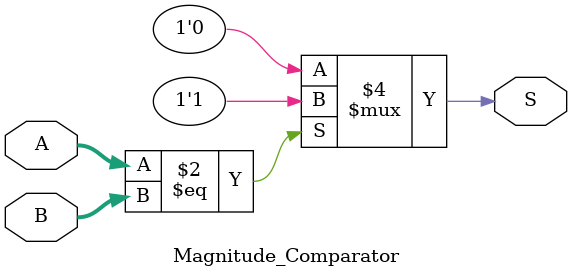
<source format=v>
module Magnitude_Comparator(
	input		[3:0]		A,
	input		[3:0]		B,
	output	reg		S
);

always @(*)
   if (A == B)
      S = 1'b1;
   else
      S = 1'b0;
endmodule 
</source>
